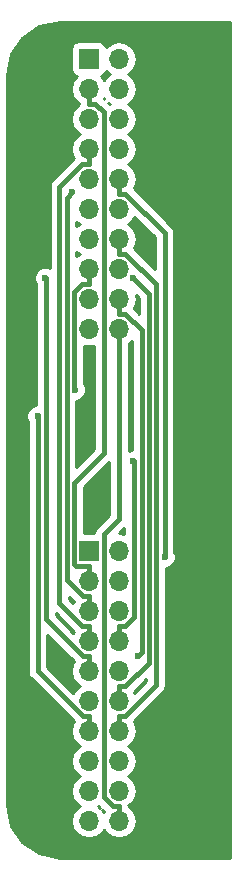
<source format=gbr>
G04 #@! TF.FileFunction,Copper,L2,Bot,Signal*
%FSLAX46Y46*%
G04 Gerber Fmt 4.6, Leading zero omitted, Abs format (unit mm)*
G04 Created by KiCad (PCBNEW 4.0.7) date 04/11/18 13:12:21*
%MOMM*%
%LPD*%
G01*
G04 APERTURE LIST*
%ADD10C,0.100000*%
%ADD11R,1.700000X1.700000*%
%ADD12O,1.700000X1.700000*%
%ADD13C,0.600000*%
%ADD14C,0.400000*%
%ADD15C,0.254000*%
G04 APERTURE END LIST*
D10*
D11*
X106680000Y-69850000D03*
D12*
X109220000Y-69850000D03*
X106680000Y-72390000D03*
X109220000Y-72390000D03*
X106680000Y-74930000D03*
X109220000Y-74930000D03*
X106680000Y-77470000D03*
X109220000Y-77470000D03*
X106680000Y-80010000D03*
X109220000Y-80010000D03*
X106680000Y-82550000D03*
X109220000Y-82550000D03*
X106680000Y-85090000D03*
X109220000Y-85090000D03*
X106680000Y-87630000D03*
X109220000Y-87630000D03*
X106680000Y-90170000D03*
X109220000Y-90170000D03*
X106680000Y-92710000D03*
X109220000Y-92710000D03*
D11*
X106680000Y-111506000D03*
D12*
X109220000Y-111506000D03*
X106680000Y-114046000D03*
X109220000Y-114046000D03*
X106680000Y-116586000D03*
X109220000Y-116586000D03*
X106680000Y-119126000D03*
X109220000Y-119126000D03*
X106680000Y-121666000D03*
X109220000Y-121666000D03*
X106680000Y-124206000D03*
X109220000Y-124206000D03*
X106680000Y-126746000D03*
X109220000Y-126746000D03*
X106680000Y-129286000D03*
X109220000Y-129286000D03*
X106680000Y-131826000D03*
X109220000Y-131826000D03*
X106680000Y-134366000D03*
X109220000Y-134366000D03*
D13*
X105292200Y-81129000D03*
X110463700Y-103883200D03*
X103009700Y-88380300D03*
X113093000Y-112000500D03*
X110400800Y-88379600D03*
X102340400Y-100113700D03*
X105500100Y-97848200D03*
X110827000Y-120410100D03*
D14*
X106680000Y-72390000D02*
X106680000Y-73640300D01*
X106680000Y-114046000D02*
X106680000Y-112795700D01*
X107227000Y-73640300D02*
X106680000Y-73640300D01*
X107950000Y-74363300D02*
X107227000Y-73640300D01*
X107950000Y-103229000D02*
X107950000Y-74363300D01*
X105410900Y-105768100D02*
X107950000Y-103229000D01*
X105410900Y-112593900D02*
X105410900Y-105768100D01*
X105612700Y-112795700D02*
X105410900Y-112593900D01*
X106680000Y-112795700D02*
X105612700Y-112795700D01*
X106680000Y-116586000D02*
X106680000Y-115335700D01*
X104796300Y-81624900D02*
X105292200Y-81129000D01*
X104796300Y-113970100D02*
X104796300Y-81624900D01*
X106161900Y-115335700D02*
X104796300Y-113970100D01*
X106680000Y-115335700D02*
X106161900Y-115335700D01*
X106680000Y-77470000D02*
X106680000Y-78720300D01*
X106680000Y-119126000D02*
X106680000Y-117875700D01*
X106133000Y-78720300D02*
X106680000Y-78720300D01*
X104195900Y-80657400D02*
X106133000Y-78720300D01*
X104195900Y-115938600D02*
X104195900Y-80657400D01*
X106133000Y-117875700D02*
X104195900Y-115938600D01*
X106680000Y-117875700D02*
X106133000Y-117875700D01*
X109220000Y-119126000D02*
X109220000Y-117875700D01*
X109738100Y-117875700D02*
X109220000Y-117875700D01*
X110513700Y-117100100D02*
X109738100Y-117875700D01*
X110513700Y-103933200D02*
X110513700Y-117100100D01*
X110463700Y-103883200D02*
X110513700Y-103933200D01*
X106680000Y-121666000D02*
X106680000Y-120415700D01*
X103040700Y-88411300D02*
X103009700Y-88380300D01*
X103040700Y-117294500D02*
X103040700Y-88411300D01*
X106161900Y-120415700D02*
X103040700Y-117294500D01*
X106680000Y-120415700D02*
X106161900Y-120415700D01*
X113093000Y-84586300D02*
X113093000Y-112000500D01*
X109767000Y-81260300D02*
X113093000Y-84586300D01*
X109220000Y-81260300D02*
X109767000Y-81260300D01*
X109220000Y-80010000D02*
X109220000Y-81260300D01*
X109220000Y-124206000D02*
X109220000Y-122955700D01*
X109767000Y-122955700D02*
X109220000Y-122955700D01*
X111768200Y-120954500D02*
X109767000Y-122955700D01*
X111768200Y-89747000D02*
X111768200Y-120954500D01*
X110400800Y-88379600D02*
X111768200Y-89747000D01*
X106161900Y-125495700D02*
X106680000Y-125495700D01*
X102340400Y-121674200D02*
X106161900Y-125495700D01*
X102340400Y-100113700D02*
X102340400Y-121674200D01*
X106680000Y-126746000D02*
X106680000Y-125495700D01*
X109220000Y-85090000D02*
X109220000Y-86340300D01*
X109220000Y-126746000D02*
X109220000Y-125495700D01*
X109738100Y-125495700D02*
X109220000Y-125495700D01*
X112368500Y-122865300D02*
X109738100Y-125495700D01*
X112368500Y-88941800D02*
X112368500Y-122865300D01*
X109767000Y-86340300D02*
X112368500Y-88941800D01*
X109220000Y-86340300D02*
X109767000Y-86340300D01*
X106680000Y-87630000D02*
X106680000Y-88880300D01*
X105429600Y-97777700D02*
X105500100Y-97848200D01*
X105429600Y-89583700D02*
X105429600Y-97777700D01*
X106133000Y-88880300D02*
X105429600Y-89583700D01*
X106680000Y-88880300D02*
X106133000Y-88880300D01*
X111167900Y-120069200D02*
X110827000Y-120410100D01*
X111167900Y-92821100D02*
X111167900Y-120069200D01*
X109767100Y-91420300D02*
X111167900Y-92821100D01*
X109220000Y-91420300D02*
X109767100Y-91420300D01*
X109220000Y-90170000D02*
X109220000Y-91420300D01*
X108701900Y-133115700D02*
X109220000Y-133115700D01*
X107950000Y-132363800D02*
X108701900Y-133115700D01*
X107950000Y-110094600D02*
X107950000Y-132363800D01*
X109220000Y-108824600D02*
X107950000Y-110094600D01*
X109220000Y-134366000D02*
X109220000Y-133115700D01*
X109220000Y-92710000D02*
X109220000Y-108824600D01*
D15*
G36*
X118670000Y-137466000D02*
X104209931Y-137466000D01*
X102472997Y-137120502D01*
X101059779Y-136176221D01*
X100115498Y-134763005D01*
X99770000Y-133026069D01*
X99770000Y-100298867D01*
X101405238Y-100298867D01*
X101505400Y-100541278D01*
X101505400Y-121674200D01*
X101568961Y-121993741D01*
X101744487Y-122256434D01*
X101749966Y-122264634D01*
X105432795Y-125947463D01*
X105278946Y-126177715D01*
X105165907Y-126746000D01*
X105278946Y-127314285D01*
X105600853Y-127796054D01*
X105930026Y-128016000D01*
X105600853Y-128235946D01*
X105278946Y-128717715D01*
X105165907Y-129286000D01*
X105278946Y-129854285D01*
X105600853Y-130336054D01*
X105930026Y-130556000D01*
X105600853Y-130775946D01*
X105278946Y-131257715D01*
X105165907Y-131826000D01*
X105278946Y-132394285D01*
X105600853Y-132876054D01*
X105930026Y-133096000D01*
X105600853Y-133315946D01*
X105278946Y-133797715D01*
X105165907Y-134366000D01*
X105278946Y-134934285D01*
X105600853Y-135416054D01*
X106082622Y-135737961D01*
X106650907Y-135851000D01*
X106709093Y-135851000D01*
X107277378Y-135737961D01*
X107759147Y-135416054D01*
X107950000Y-135130422D01*
X108140853Y-135416054D01*
X108622622Y-135737961D01*
X109190907Y-135851000D01*
X109249093Y-135851000D01*
X109817378Y-135737961D01*
X110299147Y-135416054D01*
X110621054Y-134934285D01*
X110734093Y-134366000D01*
X110621054Y-133797715D01*
X110299147Y-133315946D01*
X110055000Y-133152813D01*
X110055000Y-133115700D01*
X110041566Y-133048164D01*
X110299147Y-132876054D01*
X110621054Y-132394285D01*
X110734093Y-131826000D01*
X110621054Y-131257715D01*
X110299147Y-130775946D01*
X109969974Y-130556000D01*
X110299147Y-130336054D01*
X110621054Y-129854285D01*
X110734093Y-129286000D01*
X110621054Y-128717715D01*
X110299147Y-128235946D01*
X109969974Y-128016000D01*
X110299147Y-127796054D01*
X110621054Y-127314285D01*
X110734093Y-126746000D01*
X110621054Y-126177715D01*
X110467205Y-125947463D01*
X112958934Y-123455734D01*
X113139939Y-123184841D01*
X113203500Y-122865300D01*
X113203500Y-112935597D01*
X113278167Y-112935662D01*
X113621943Y-112793617D01*
X113885192Y-112530827D01*
X114027838Y-112187299D01*
X114028162Y-111815333D01*
X113928000Y-111572922D01*
X113928000Y-84586300D01*
X113864439Y-84266759D01*
X113683434Y-83995866D01*
X110478781Y-80791213D01*
X110621054Y-80578285D01*
X110734093Y-80010000D01*
X110621054Y-79441715D01*
X110299147Y-78959946D01*
X109969974Y-78740000D01*
X110299147Y-78520054D01*
X110621054Y-78038285D01*
X110734093Y-77470000D01*
X110621054Y-76901715D01*
X110299147Y-76419946D01*
X109969974Y-76200000D01*
X110299147Y-75980054D01*
X110621054Y-75498285D01*
X110734093Y-74930000D01*
X110621054Y-74361715D01*
X110299147Y-73879946D01*
X109969974Y-73660000D01*
X110299147Y-73440054D01*
X110621054Y-72958285D01*
X110734093Y-72390000D01*
X110621054Y-71821715D01*
X110299147Y-71339946D01*
X109969974Y-71120000D01*
X110299147Y-70900054D01*
X110621054Y-70418285D01*
X110734093Y-69850000D01*
X110621054Y-69281715D01*
X110299147Y-68799946D01*
X109817378Y-68478039D01*
X109249093Y-68365000D01*
X109190907Y-68365000D01*
X108622622Y-68478039D01*
X108140853Y-68799946D01*
X108140029Y-68801179D01*
X108133162Y-68764683D01*
X107994090Y-68548559D01*
X107781890Y-68403569D01*
X107530000Y-68352560D01*
X105830000Y-68352560D01*
X105594683Y-68396838D01*
X105378559Y-68535910D01*
X105233569Y-68748110D01*
X105182560Y-69000000D01*
X105182560Y-70700000D01*
X105226838Y-70935317D01*
X105365910Y-71151441D01*
X105578110Y-71296431D01*
X105645541Y-71310086D01*
X105600853Y-71339946D01*
X105278946Y-71821715D01*
X105165907Y-72390000D01*
X105278946Y-72958285D01*
X105600853Y-73440054D01*
X105845000Y-73603187D01*
X105845000Y-73640300D01*
X105858434Y-73707836D01*
X105600853Y-73879946D01*
X105278946Y-74361715D01*
X105165907Y-74930000D01*
X105278946Y-75498285D01*
X105600853Y-75980054D01*
X105930026Y-76200000D01*
X105600853Y-76419946D01*
X105278946Y-76901715D01*
X105165907Y-77470000D01*
X105278946Y-78038285D01*
X105421219Y-78251213D01*
X103605466Y-80066966D01*
X103424461Y-80337859D01*
X103360900Y-80657400D01*
X103360900Y-87513728D01*
X103196499Y-87445462D01*
X102824533Y-87445138D01*
X102480757Y-87587183D01*
X102217508Y-87849973D01*
X102074862Y-88193501D01*
X102074538Y-88565467D01*
X102205700Y-88882904D01*
X102205700Y-99178582D01*
X102155233Y-99178538D01*
X101811457Y-99320583D01*
X101548208Y-99583373D01*
X101405562Y-99926901D01*
X101405238Y-100298867D01*
X99770000Y-100298867D01*
X99770000Y-71189931D01*
X100115498Y-69452995D01*
X101059779Y-68039779D01*
X102472997Y-67095498D01*
X104209931Y-66750000D01*
X118670000Y-66750000D01*
X118670000Y-137466000D01*
X118670000Y-137466000D01*
G37*
X118670000Y-137466000D02*
X104209931Y-137466000D01*
X102472997Y-137120502D01*
X101059779Y-136176221D01*
X100115498Y-134763005D01*
X99770000Y-133026069D01*
X99770000Y-100298867D01*
X101405238Y-100298867D01*
X101505400Y-100541278D01*
X101505400Y-121674200D01*
X101568961Y-121993741D01*
X101744487Y-122256434D01*
X101749966Y-122264634D01*
X105432795Y-125947463D01*
X105278946Y-126177715D01*
X105165907Y-126746000D01*
X105278946Y-127314285D01*
X105600853Y-127796054D01*
X105930026Y-128016000D01*
X105600853Y-128235946D01*
X105278946Y-128717715D01*
X105165907Y-129286000D01*
X105278946Y-129854285D01*
X105600853Y-130336054D01*
X105930026Y-130556000D01*
X105600853Y-130775946D01*
X105278946Y-131257715D01*
X105165907Y-131826000D01*
X105278946Y-132394285D01*
X105600853Y-132876054D01*
X105930026Y-133096000D01*
X105600853Y-133315946D01*
X105278946Y-133797715D01*
X105165907Y-134366000D01*
X105278946Y-134934285D01*
X105600853Y-135416054D01*
X106082622Y-135737961D01*
X106650907Y-135851000D01*
X106709093Y-135851000D01*
X107277378Y-135737961D01*
X107759147Y-135416054D01*
X107950000Y-135130422D01*
X108140853Y-135416054D01*
X108622622Y-135737961D01*
X109190907Y-135851000D01*
X109249093Y-135851000D01*
X109817378Y-135737961D01*
X110299147Y-135416054D01*
X110621054Y-134934285D01*
X110734093Y-134366000D01*
X110621054Y-133797715D01*
X110299147Y-133315946D01*
X110055000Y-133152813D01*
X110055000Y-133115700D01*
X110041566Y-133048164D01*
X110299147Y-132876054D01*
X110621054Y-132394285D01*
X110734093Y-131826000D01*
X110621054Y-131257715D01*
X110299147Y-130775946D01*
X109969974Y-130556000D01*
X110299147Y-130336054D01*
X110621054Y-129854285D01*
X110734093Y-129286000D01*
X110621054Y-128717715D01*
X110299147Y-128235946D01*
X109969974Y-128016000D01*
X110299147Y-127796054D01*
X110621054Y-127314285D01*
X110734093Y-126746000D01*
X110621054Y-126177715D01*
X110467205Y-125947463D01*
X112958934Y-123455734D01*
X113139939Y-123184841D01*
X113203500Y-122865300D01*
X113203500Y-112935597D01*
X113278167Y-112935662D01*
X113621943Y-112793617D01*
X113885192Y-112530827D01*
X114027838Y-112187299D01*
X114028162Y-111815333D01*
X113928000Y-111572922D01*
X113928000Y-84586300D01*
X113864439Y-84266759D01*
X113683434Y-83995866D01*
X110478781Y-80791213D01*
X110621054Y-80578285D01*
X110734093Y-80010000D01*
X110621054Y-79441715D01*
X110299147Y-78959946D01*
X109969974Y-78740000D01*
X110299147Y-78520054D01*
X110621054Y-78038285D01*
X110734093Y-77470000D01*
X110621054Y-76901715D01*
X110299147Y-76419946D01*
X109969974Y-76200000D01*
X110299147Y-75980054D01*
X110621054Y-75498285D01*
X110734093Y-74930000D01*
X110621054Y-74361715D01*
X110299147Y-73879946D01*
X109969974Y-73660000D01*
X110299147Y-73440054D01*
X110621054Y-72958285D01*
X110734093Y-72390000D01*
X110621054Y-71821715D01*
X110299147Y-71339946D01*
X109969974Y-71120000D01*
X110299147Y-70900054D01*
X110621054Y-70418285D01*
X110734093Y-69850000D01*
X110621054Y-69281715D01*
X110299147Y-68799946D01*
X109817378Y-68478039D01*
X109249093Y-68365000D01*
X109190907Y-68365000D01*
X108622622Y-68478039D01*
X108140853Y-68799946D01*
X108140029Y-68801179D01*
X108133162Y-68764683D01*
X107994090Y-68548559D01*
X107781890Y-68403569D01*
X107530000Y-68352560D01*
X105830000Y-68352560D01*
X105594683Y-68396838D01*
X105378559Y-68535910D01*
X105233569Y-68748110D01*
X105182560Y-69000000D01*
X105182560Y-70700000D01*
X105226838Y-70935317D01*
X105365910Y-71151441D01*
X105578110Y-71296431D01*
X105645541Y-71310086D01*
X105600853Y-71339946D01*
X105278946Y-71821715D01*
X105165907Y-72390000D01*
X105278946Y-72958285D01*
X105600853Y-73440054D01*
X105845000Y-73603187D01*
X105845000Y-73640300D01*
X105858434Y-73707836D01*
X105600853Y-73879946D01*
X105278946Y-74361715D01*
X105165907Y-74930000D01*
X105278946Y-75498285D01*
X105600853Y-75980054D01*
X105930026Y-76200000D01*
X105600853Y-76419946D01*
X105278946Y-76901715D01*
X105165907Y-77470000D01*
X105278946Y-78038285D01*
X105421219Y-78251213D01*
X103605466Y-80066966D01*
X103424461Y-80337859D01*
X103360900Y-80657400D01*
X103360900Y-87513728D01*
X103196499Y-87445462D01*
X102824533Y-87445138D01*
X102480757Y-87587183D01*
X102217508Y-87849973D01*
X102074862Y-88193501D01*
X102074538Y-88565467D01*
X102205700Y-88882904D01*
X102205700Y-99178582D01*
X102155233Y-99178538D01*
X101811457Y-99320583D01*
X101548208Y-99583373D01*
X101405562Y-99926901D01*
X101405238Y-100298867D01*
X99770000Y-100298867D01*
X99770000Y-71189931D01*
X100115498Y-69452995D01*
X101059779Y-68039779D01*
X102472997Y-67095498D01*
X104209931Y-66750000D01*
X118670000Y-66750000D01*
X118670000Y-137466000D01*
G36*
X107972795Y-133567463D02*
X107950000Y-133601578D01*
X107835402Y-133430070D01*
X107972795Y-133567463D01*
X107972795Y-133567463D01*
G37*
X107972795Y-133567463D02*
X107950000Y-133601578D01*
X107835402Y-133430070D01*
X107972795Y-133567463D01*
G36*
X107645023Y-133239691D02*
X107429974Y-133096000D01*
X107472750Y-133067418D01*
X107645023Y-133239691D01*
X107645023Y-133239691D01*
G37*
X107645023Y-133239691D02*
X107429974Y-133096000D01*
X107472750Y-133067418D01*
X107645023Y-133239691D01*
G36*
X105432795Y-120867463D02*
X105278946Y-121097715D01*
X105165907Y-121666000D01*
X105278946Y-122234285D01*
X105600853Y-122716054D01*
X105930026Y-122936000D01*
X105600853Y-123155946D01*
X105361393Y-123514325D01*
X103175400Y-121328332D01*
X103175400Y-118610068D01*
X105432795Y-120867463D01*
X105432795Y-120867463D01*
G37*
X105432795Y-120867463D02*
X105278946Y-121097715D01*
X105165907Y-121666000D01*
X105278946Y-122234285D01*
X105600853Y-122716054D01*
X105930026Y-122936000D01*
X105600853Y-123155946D01*
X105361393Y-123514325D01*
X103175400Y-121328332D01*
X103175400Y-118610068D01*
X105432795Y-120867463D01*
G36*
X111533500Y-122519432D02*
X110538607Y-123514325D01*
X110478781Y-123424787D01*
X111533500Y-122370068D01*
X111533500Y-122519432D01*
X111533500Y-122519432D01*
G37*
X111533500Y-122519432D02*
X110538607Y-123514325D01*
X110478781Y-123424787D01*
X111533500Y-122370068D01*
X111533500Y-122519432D01*
G36*
X105421219Y-118344787D02*
X105361393Y-118434325D01*
X103875700Y-116948632D01*
X103875700Y-116799268D01*
X105421219Y-118344787D01*
X105421219Y-118344787D01*
G37*
X105421219Y-118344787D02*
X105361393Y-118434325D01*
X103875700Y-116948632D01*
X103875700Y-116799268D01*
X105421219Y-118344787D01*
G36*
X105432795Y-115787463D02*
X105349817Y-115911649D01*
X105030900Y-115592732D01*
X105030900Y-115385568D01*
X105432795Y-115787463D01*
X105432795Y-115787463D01*
G37*
X105432795Y-115787463D02*
X105349817Y-115911649D01*
X105030900Y-115592732D01*
X105030900Y-115385568D01*
X105432795Y-115787463D01*
G36*
X109678700Y-110106454D02*
X109249093Y-110021000D01*
X109204468Y-110021000D01*
X109678700Y-109546768D01*
X109678700Y-110106454D01*
X109678700Y-110106454D01*
G37*
X109678700Y-110106454D02*
X109249093Y-110021000D01*
X109204468Y-110021000D01*
X109678700Y-109546768D01*
X109678700Y-110106454D01*
G36*
X108385000Y-108478732D02*
X107359566Y-109504166D01*
X107178561Y-109775059D01*
X107132115Y-110008560D01*
X106245900Y-110008560D01*
X106245900Y-106113968D01*
X108385000Y-103974868D01*
X108385000Y-108478732D01*
X108385000Y-108478732D01*
G37*
X108385000Y-108478732D02*
X107359566Y-109504166D01*
X107178561Y-109775059D01*
X107132115Y-110008560D01*
X106245900Y-110008560D01*
X106245900Y-106113968D01*
X108385000Y-103974868D01*
X108385000Y-108478732D01*
G36*
X107115000Y-102883132D02*
X105631300Y-104366832D01*
X105631300Y-98783315D01*
X105685267Y-98783362D01*
X106029043Y-98641317D01*
X106292292Y-98378527D01*
X106434938Y-98034999D01*
X106435262Y-97663033D01*
X106293217Y-97319257D01*
X106264600Y-97290590D01*
X106264600Y-94118159D01*
X106650907Y-94195000D01*
X106709093Y-94195000D01*
X107115000Y-94114260D01*
X107115000Y-102883132D01*
X107115000Y-102883132D01*
G37*
X107115000Y-102883132D02*
X105631300Y-104366832D01*
X105631300Y-98783315D01*
X105685267Y-98783362D01*
X106029043Y-98641317D01*
X106292292Y-98378527D01*
X106434938Y-98034999D01*
X106435262Y-97663033D01*
X106293217Y-97319257D01*
X106264600Y-97290590D01*
X106264600Y-94118159D01*
X106650907Y-94195000D01*
X106709093Y-94195000D01*
X107115000Y-94114260D01*
X107115000Y-102883132D01*
G36*
X110332900Y-102948085D02*
X110278533Y-102948038D01*
X110055000Y-103040400D01*
X110055000Y-93923187D01*
X110299147Y-93760054D01*
X110332900Y-93709539D01*
X110332900Y-102948085D01*
X110332900Y-102948085D01*
G37*
X110332900Y-102948085D02*
X110278533Y-102948038D01*
X110055000Y-103040400D01*
X110055000Y-93923187D01*
X110299147Y-93760054D01*
X110332900Y-93709539D01*
X110332900Y-102948085D01*
G36*
X110933200Y-90092868D02*
X110933200Y-91405532D01*
X110478821Y-90951153D01*
X110621054Y-90738285D01*
X110734093Y-90170000D01*
X110665502Y-89825170D01*
X110933200Y-90092868D01*
X110933200Y-90092868D01*
G37*
X110933200Y-90092868D02*
X110933200Y-91405532D01*
X110478821Y-90951153D01*
X110621054Y-90738285D01*
X110734093Y-90170000D01*
X110665502Y-89825170D01*
X110933200Y-90092868D01*
G36*
X112258000Y-84932168D02*
X112258000Y-87650432D01*
X110478781Y-85871213D01*
X110621054Y-85658285D01*
X110734093Y-85090000D01*
X110621054Y-84521715D01*
X110299147Y-84039946D01*
X109969974Y-83820000D01*
X110299147Y-83600054D01*
X110550183Y-83224351D01*
X112258000Y-84932168D01*
X112258000Y-84932168D01*
G37*
X112258000Y-84932168D02*
X112258000Y-87650432D01*
X110478781Y-85871213D01*
X110621054Y-85658285D01*
X110734093Y-85090000D01*
X110621054Y-84521715D01*
X110299147Y-84039946D01*
X109969974Y-83820000D01*
X110299147Y-83600054D01*
X110550183Y-83224351D01*
X112258000Y-84932168D01*
G36*
X105930026Y-86360000D02*
X105631300Y-86559602D01*
X105631300Y-86160398D01*
X105930026Y-86360000D01*
X105930026Y-86360000D01*
G37*
X105930026Y-86360000D02*
X105631300Y-86559602D01*
X105631300Y-86160398D01*
X105930026Y-86360000D01*
G36*
X105930026Y-83820000D02*
X105631300Y-84019602D01*
X105631300Y-83620398D01*
X105930026Y-83820000D01*
X105930026Y-83820000D01*
G37*
X105930026Y-83820000D02*
X105631300Y-84019602D01*
X105631300Y-83620398D01*
X105930026Y-83820000D01*
G36*
X108470026Y-73660000D02*
X108444574Y-73677006D01*
X108342072Y-73574504D01*
X108470026Y-73660000D01*
X108470026Y-73660000D01*
G37*
X108470026Y-73660000D02*
X108444574Y-73677006D01*
X108342072Y-73574504D01*
X108470026Y-73660000D01*
G36*
X108006403Y-73238835D02*
X107938781Y-73171213D01*
X107950000Y-73154422D01*
X108006403Y-73238835D01*
X108006403Y-73238835D01*
G37*
X108006403Y-73238835D02*
X107938781Y-73171213D01*
X107950000Y-73154422D01*
X108006403Y-73238835D01*
G36*
X108140853Y-70900054D02*
X108470026Y-71120000D01*
X108140853Y-71339946D01*
X107950000Y-71625578D01*
X107759147Y-71339946D01*
X107717548Y-71312150D01*
X107765317Y-71303162D01*
X107981441Y-71164090D01*
X108126431Y-70951890D01*
X108137841Y-70895546D01*
X108140853Y-70900054D01*
X108140853Y-70900054D01*
G37*
X108140853Y-70900054D02*
X108470026Y-71120000D01*
X108140853Y-71339946D01*
X107950000Y-71625578D01*
X107759147Y-71339946D01*
X107717548Y-71312150D01*
X107765317Y-71303162D01*
X107981441Y-71164090D01*
X108126431Y-70951890D01*
X108137841Y-70895546D01*
X108140853Y-70900054D01*
M02*

</source>
